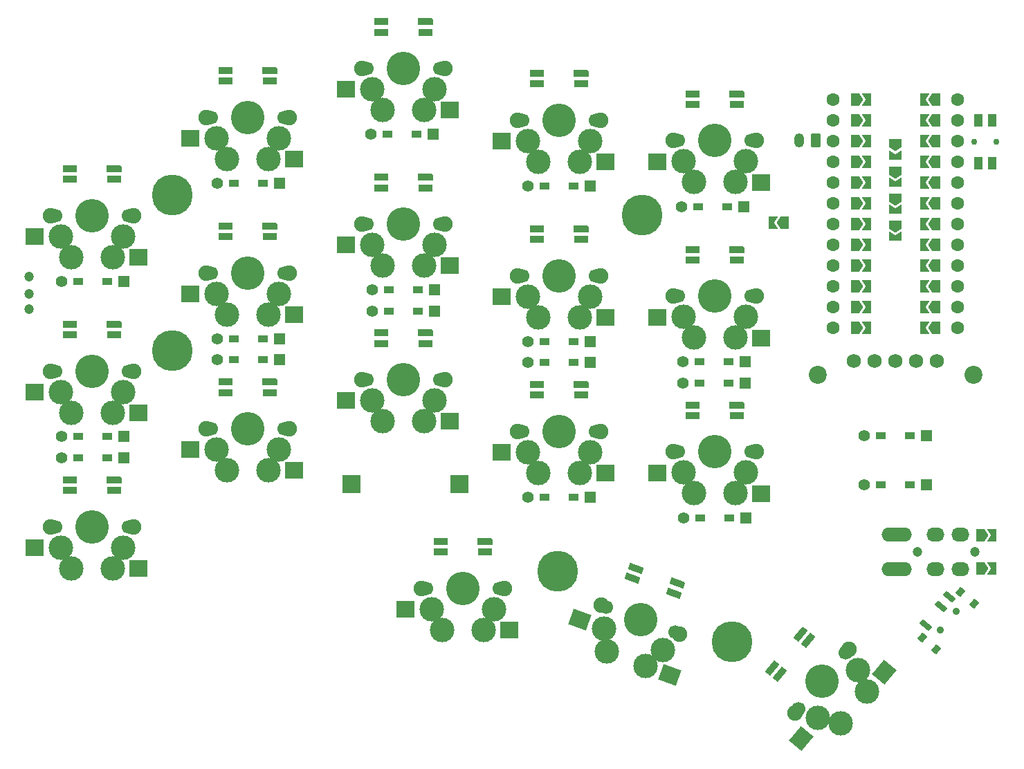
<source format=gts>
%TF.GenerationSoftware,KiCad,Pcbnew,7.0.9*%
%TF.CreationDate,2024-05-06T02:44:54+05:30*%
%TF.ProjectId,UniFi,556e6946-692e-46b6-9963-61645f706362,rev?*%
%TF.SameCoordinates,Original*%
%TF.FileFunction,Soldermask,Top*%
%TF.FilePolarity,Negative*%
%FSLAX46Y46*%
G04 Gerber Fmt 4.6, Leading zero omitted, Abs format (unit mm)*
G04 Created by KiCad (PCBNEW 7.0.9) date 2024-05-06 02:44:54*
%MOMM*%
%LPD*%
G01*
G04 APERTURE LIST*
G04 Aperture macros list*
%AMRoundRect*
0 Rectangle with rounded corners*
0 $1 Rounding radius*
0 $2 $3 $4 $5 $6 $7 $8 $9 X,Y pos of 4 corners*
0 Add a 4 corners polygon primitive as box body*
4,1,4,$2,$3,$4,$5,$6,$7,$8,$9,$2,$3,0*
0 Add four circle primitives for the rounded corners*
1,1,$1+$1,$2,$3*
1,1,$1+$1,$4,$5*
1,1,$1+$1,$6,$7*
1,1,$1+$1,$8,$9*
0 Add four rect primitives between the rounded corners*
20,1,$1+$1,$2,$3,$4,$5,0*
20,1,$1+$1,$4,$5,$6,$7,0*
20,1,$1+$1,$6,$7,$8,$9,0*
20,1,$1+$1,$8,$9,$2,$3,0*%
%AMRotRect*
0 Rectangle, with rotation*
0 The origin of the aperture is its center*
0 $1 length*
0 $2 width*
0 $3 Rotation angle, in degrees counterclockwise*
0 Add horizontal line*
21,1,$1,$2,0,0,$3*%
%AMOutline5P*
0 Free polygon, 5 corners , with rotation*
0 The origin of the aperture is its center*
0 number of corners: always 5*
0 $1 to $10 corner X, Y*
0 $11 Rotation angle, in degrees counterclockwise*
0 create outline with 5 corners*
4,1,5,$1,$2,$3,$4,$5,$6,$7,$8,$9,$10,$1,$2,$11*%
%AMOutline6P*
0 Free polygon, 6 corners , with rotation*
0 The origin of the aperture is its center*
0 number of corners: always 6*
0 $1 to $12 corner X, Y*
0 $13 Rotation angle, in degrees counterclockwise*
0 create outline with 6 corners*
4,1,6,$1,$2,$3,$4,$5,$6,$7,$8,$9,$10,$11,$12,$1,$2,$13*%
%AMOutline7P*
0 Free polygon, 7 corners , with rotation*
0 The origin of the aperture is its center*
0 number of corners: always 7*
0 $1 to $14 corner X, Y*
0 $15 Rotation angle, in degrees counterclockwise*
0 create outline with 7 corners*
4,1,7,$1,$2,$3,$4,$5,$6,$7,$8,$9,$10,$11,$12,$13,$14,$1,$2,$15*%
%AMOutline8P*
0 Free polygon, 8 corners , with rotation*
0 The origin of the aperture is its center*
0 number of corners: always 8*
0 $1 to $16 corner X, Y*
0 $17 Rotation angle, in degrees counterclockwise*
0 create outline with 8 corners*
4,1,8,$1,$2,$3,$4,$5,$6,$7,$8,$9,$10,$11,$12,$13,$14,$15,$16,$1,$2,$17*%
%AMFreePoly0*
4,1,6,0.500000,-0.750000,-0.650000,-0.750000,-0.150000,0.000000,-0.650000,0.750000,0.500000,0.750000,0.500000,-0.750000,0.500000,-0.750000,$1*%
%AMFreePoly1*
4,1,6,1.000000,0.000000,0.500000,-0.750000,-0.500000,-0.750000,-0.500000,0.750000,0.500000,0.750000,1.000000,0.000000,1.000000,0.000000,$1*%
G04 Aperture macros list end*
%ADD10C,1.200000*%
%ADD11R,1.397000X1.397000*%
%ADD12R,1.300000X0.950000*%
%ADD13C,1.397000*%
%ADD14C,1.900000*%
%ADD15C,1.700000*%
%ADD16C,3.000000*%
%ADD17C,4.100000*%
%ADD18R,1.800000X0.820000*%
%ADD19Outline5P,-0.900000X0.410000X0.900000X0.410000X0.900000X-0.410000X-0.736000X-0.410000X-0.900000X-0.246000X180.000000*%
%ADD20R,2.300000X2.000000*%
%ADD21RotRect,1.000000X0.800000X50.000000*%
%ADD22C,0.900000*%
%ADD23RotRect,0.700000X1.500000X50.000000*%
%ADD24C,2.200000*%
%ADD25C,5.000000*%
%ADD26FreePoly0,0.000000*%
%ADD27FreePoly0,180.000000*%
%ADD28FreePoly1,0.000000*%
%ADD29C,1.600000*%
%ADD30FreePoly1,180.000000*%
%ADD31FreePoly1,270.000000*%
%ADD32FreePoly0,270.000000*%
%ADD33RotRect,1.800000X0.820000X230.000000*%
%ADD34Outline5P,-0.900000X0.410000X0.900000X0.410000X0.900000X-0.410000X-0.736000X-0.410000X-0.900000X-0.246000X230.000000*%
%ADD35RotRect,2.300000X2.000000X50.000000*%
%ADD36RoundRect,0.250000X0.350000X0.625000X-0.350000X0.625000X-0.350000X-0.625000X0.350000X-0.625000X0*%
%ADD37O,1.200000X1.750000*%
%ADD38O,2.200000X1.700000*%
%ADD39O,3.700000X1.700000*%
%ADD40C,0.750000*%
%ADD41R,1.000000X1.550000*%
%ADD42C,1.752600*%
%ADD43R,2.200000X2.200000*%
%ADD44RotRect,1.800000X0.820000X160.000000*%
%ADD45Outline5P,-0.900000X0.410000X0.900000X0.410000X0.900000X-0.410000X-0.736000X-0.410000X-0.900000X-0.246000X160.000000*%
%ADD46RotRect,2.300000X2.000000X340.000000*%
G04 APERTURE END LIST*
D10*
%TO.C,TP3*%
X65000000Y-88000000D03*
%TD*%
D11*
%TO.C,D14*%
X133610000Y-94485000D03*
D12*
X131575000Y-94485000D03*
X128025000Y-94485000D03*
D13*
X125990000Y-94485000D03*
%TD*%
D14*
%TO.C,SW5*%
X143798600Y-67360000D03*
D15*
X144378600Y-67360000D03*
D16*
X145068600Y-69900001D03*
X146338600Y-72440000D03*
D17*
X148878600Y-67360000D03*
D16*
X151418600Y-72440000D03*
X152688600Y-69900000D03*
D15*
X153378600Y-67360000D03*
D14*
X153958600Y-67360000D03*
D18*
X146178600Y-62920000D03*
X146178600Y-61640000D03*
D19*
X151578600Y-61640000D03*
D18*
X151578600Y-62920000D03*
D20*
X141878600Y-69940000D03*
X154578600Y-72480000D03*
%TD*%
D21*
%TO.C,SW22*%
X174267711Y-128183488D03*
X175960669Y-129604048D03*
D22*
X176500013Y-127249987D03*
X178428376Y-124951853D03*
D21*
X178960060Y-122591363D03*
X180653018Y-124011924D03*
D23*
X174669684Y-126693214D03*
X176598047Y-124395080D03*
X177562229Y-123246014D03*
%TD*%
D24*
%TO.C,H7*%
X180500000Y-96000000D03*
%TD*%
D25*
%TO.C,H3*%
X140000000Y-76503600D03*
%TD*%
D26*
%TO.C,U1*%
X167500000Y-62330000D03*
X167500000Y-64870000D03*
X167500000Y-67410000D03*
X167500000Y-69950000D03*
X167500000Y-72490000D03*
X167500000Y-75030000D03*
X167500000Y-77570000D03*
X167500000Y-80110000D03*
X167500000Y-82650000D03*
X167500000Y-85190000D03*
X167500000Y-87730000D03*
X167500000Y-90270000D03*
D27*
X174500000Y-90270000D03*
X174500000Y-87730000D03*
X174500000Y-85190000D03*
X174500000Y-82650000D03*
X174500000Y-80110000D03*
X174500000Y-77570000D03*
X174500000Y-75030000D03*
X174500000Y-72490000D03*
X174500000Y-69950000D03*
X174500000Y-67410000D03*
X174500000Y-64870000D03*
X174500000Y-62330000D03*
D28*
X166050000Y-62330000D03*
D29*
X163380000Y-62330000D03*
D28*
X166050000Y-64870000D03*
D29*
X163380000Y-64870000D03*
D28*
X166050000Y-67410000D03*
D29*
X163380000Y-67410000D03*
D28*
X166050000Y-69950000D03*
D29*
X163380000Y-69950000D03*
D28*
X166050000Y-72490000D03*
D29*
X163380000Y-72490000D03*
D28*
X166050000Y-75030000D03*
D29*
X163380000Y-75030000D03*
D28*
X166050000Y-77570000D03*
D29*
X163380000Y-77570000D03*
D28*
X166050000Y-80110000D03*
D29*
X163380000Y-80110000D03*
D28*
X166050000Y-82650000D03*
D29*
X163380000Y-82650000D03*
D28*
X166050000Y-85190000D03*
D29*
X163380000Y-85190000D03*
D28*
X166050000Y-87730000D03*
D29*
X163380000Y-87730000D03*
D28*
X166050000Y-90270000D03*
D29*
X163380000Y-90270000D03*
X178620000Y-90270000D03*
D30*
X175950000Y-90270000D03*
D29*
X178620000Y-87730000D03*
D30*
X175950000Y-87730000D03*
D29*
X178620000Y-85190000D03*
D30*
X175950000Y-85190000D03*
D29*
X178620000Y-82650000D03*
D30*
X175950000Y-82650000D03*
D29*
X178620000Y-80110000D03*
D30*
X175950000Y-80110000D03*
D29*
X178620000Y-77570000D03*
D30*
X175950000Y-77570000D03*
D29*
X178620000Y-75030000D03*
D30*
X175950000Y-75030000D03*
D29*
X178620000Y-72490000D03*
D30*
X175950000Y-72490000D03*
D29*
X178620000Y-69950000D03*
D30*
X175950000Y-69950000D03*
D29*
X178620000Y-67410000D03*
D30*
X175950000Y-67410000D03*
D29*
X178620000Y-64870000D03*
D30*
X175950000Y-64870000D03*
D29*
X178620000Y-62330000D03*
D30*
X175950000Y-62330000D03*
%TD*%
D25*
%TO.C,H1*%
X82500000Y-74025000D03*
%TD*%
D31*
%TO.C,JP8*%
X171000000Y-77675000D03*
D32*
X171000000Y-79125000D03*
%TD*%
D25*
%TO.C,H2*%
X82500000Y-93100000D03*
%TD*%
D11*
%TO.C,D10*%
X152610000Y-94435000D03*
D12*
X150575000Y-94435000D03*
X147025000Y-94435000D03*
D13*
X144990000Y-94435000D03*
%TD*%
D10*
%TO.C,TP1*%
X65000000Y-84000000D03*
%TD*%
D11*
%TO.C,D6*%
X76610000Y-103600000D03*
D12*
X74575000Y-103600000D03*
X71025000Y-103600000D03*
D13*
X68990000Y-103600000D03*
%TD*%
D10*
%TO.C,TP2*%
X65000000Y-86100000D03*
%TD*%
D14*
%TO.C,SW14*%
X124748600Y-102960000D03*
D15*
X125328600Y-102960000D03*
D16*
X126018600Y-105500001D03*
X127288600Y-108040000D03*
D17*
X129828600Y-102960000D03*
D16*
X132368600Y-108040000D03*
X133638600Y-105500000D03*
D15*
X134328600Y-102960000D03*
D14*
X134908600Y-102960000D03*
D18*
X127128600Y-98520000D03*
X127128600Y-97240000D03*
D19*
X132528600Y-97240000D03*
D18*
X132528600Y-98520000D03*
D20*
X122828600Y-105540000D03*
X135528600Y-108080000D03*
%TD*%
D25*
%TO.C,H5*%
X151000000Y-128750000D03*
%TD*%
D11*
%TO.C,D5*%
X152410000Y-75438600D03*
D12*
X150375000Y-75438600D03*
X146825000Y-75438600D03*
D13*
X144790000Y-75438600D03*
%TD*%
D25*
%TO.C,H4*%
X129650000Y-120050000D03*
%TD*%
D11*
%TO.C,D9*%
X133610000Y-91935000D03*
D12*
X131575000Y-91935000D03*
X128025000Y-91935000D03*
D13*
X125990000Y-91935000D03*
%TD*%
D11*
%TO.C,D2*%
X95610000Y-72600000D03*
D12*
X93575000Y-72600000D03*
X90025000Y-72600000D03*
D13*
X87990000Y-72600000D03*
%TD*%
D14*
%TO.C,SW18*%
X158734639Y-137391506D03*
D15*
X159107456Y-136947200D03*
D16*
X161496733Y-138051310D03*
X164258825Y-138711114D03*
D17*
X162000000Y-133500000D03*
D16*
X167524186Y-134819608D03*
X166394774Y-132214051D03*
D15*
X164892544Y-130052800D03*
D14*
X165265361Y-129608494D03*
D33*
X156863236Y-132714343D03*
X155882699Y-131891575D03*
D34*
X159353752Y-127754935D03*
D33*
X160334289Y-128577703D03*
D35*
X159476881Y-140520703D03*
X169586037Y-132424619D03*
%TD*%
D36*
%TO.C,BT1*%
X161200000Y-67300000D03*
D37*
X159200000Y-67300000D03*
%TD*%
D11*
%TO.C,D18*%
X174810000Y-109500000D03*
D12*
X172775000Y-109500000D03*
X169225000Y-109500000D03*
D13*
X167190000Y-109500000D03*
%TD*%
D11*
%TO.C,D17*%
X152710000Y-113585000D03*
D12*
X150675000Y-113585000D03*
X147125000Y-113585000D03*
D13*
X145090000Y-113585000D03*
%TD*%
D11*
%TO.C,D4*%
X133610000Y-72938600D03*
D12*
X131575000Y-72938600D03*
X128025000Y-72938600D03*
D13*
X125990000Y-72938600D03*
%TD*%
D11*
%TO.C,D12*%
X95610000Y-94200000D03*
D12*
X93575000Y-94200000D03*
X90025000Y-94200000D03*
D13*
X87990000Y-94200000D03*
%TD*%
D11*
%TO.C,D8*%
X114610000Y-85600000D03*
D12*
X112575000Y-85600000D03*
X109025000Y-85600000D03*
D13*
X106990000Y-85600000D03*
%TD*%
D11*
%TO.C,D15*%
X152620000Y-97038600D03*
D12*
X150585000Y-97038600D03*
X147035000Y-97038600D03*
D13*
X145000000Y-97038600D03*
%TD*%
D10*
%TO.C,J2*%
X180700000Y-117700000D03*
X173700000Y-117700000D03*
D26*
X182850000Y-119750000D03*
D38*
X178900000Y-115600000D03*
X178900000Y-119800000D03*
D26*
X182850000Y-115700000D03*
D38*
X175900000Y-115600000D03*
X175900000Y-119800000D03*
D39*
X171150000Y-115600000D03*
D28*
X181400000Y-115700000D03*
X181400000Y-119750000D03*
D39*
X171150000Y-119800000D03*
%TD*%
D40*
%TO.C,SW20*%
X183350000Y-67500000D03*
X180600000Y-67500000D03*
D41*
X182825000Y-64875000D03*
X182825000Y-70125000D03*
X181125000Y-64875000D03*
X181125000Y-70125000D03*
%TD*%
D11*
%TO.C,D7*%
X95610000Y-91600000D03*
D12*
X93575000Y-91600000D03*
X90025000Y-91600000D03*
D13*
X87990000Y-91600000D03*
%TD*%
D30*
%TO.C,JP9*%
X157425000Y-77400000D03*
D27*
X155975000Y-77400000D03*
%TD*%
D11*
%TO.C,D1*%
X76610000Y-84600000D03*
D12*
X74575000Y-84600000D03*
X71025000Y-84600000D03*
D13*
X68990000Y-84600000D03*
%TD*%
D11*
%TO.C,D16*%
X133660000Y-111035000D03*
D12*
X131625000Y-111035000D03*
X128075000Y-111035000D03*
D13*
X126040000Y-111035000D03*
%TD*%
D42*
%TO.C,J1*%
X165920000Y-94300000D03*
X168460000Y-94300000D03*
X171000000Y-94300000D03*
X173540000Y-94300000D03*
X176080000Y-94300000D03*
%TD*%
D14*
%TO.C,SW16*%
X112984600Y-122171400D03*
D15*
X113564600Y-122171400D03*
D16*
X114254600Y-124711401D03*
X115524600Y-127251400D03*
D17*
X118064600Y-122171400D03*
D16*
X120604600Y-127251400D03*
X121874600Y-124711400D03*
D15*
X122564600Y-122171400D03*
D14*
X123144600Y-122171400D03*
D18*
X115364600Y-117731400D03*
X115364600Y-116451400D03*
D19*
X120764600Y-116451400D03*
D18*
X120764600Y-117731400D03*
D20*
X111064600Y-124751400D03*
X123764600Y-127291400D03*
%TD*%
D31*
%TO.C,JP5*%
X171000000Y-74350000D03*
D32*
X171000000Y-75800000D03*
%TD*%
D14*
%TO.C,SW11*%
X67598600Y-114621400D03*
D15*
X68178600Y-114621400D03*
D16*
X68868600Y-117161401D03*
X70138600Y-119701400D03*
D17*
X72678600Y-114621400D03*
D16*
X75218600Y-119701400D03*
X76488600Y-117161400D03*
D15*
X77178600Y-114621400D03*
D14*
X77758600Y-114621400D03*
D18*
X69978600Y-110181400D03*
X69978600Y-108901400D03*
D19*
X75378600Y-108901400D03*
D18*
X75378600Y-110181400D03*
D20*
X65678600Y-117201400D03*
X78378600Y-119741400D03*
%TD*%
D14*
%TO.C,SW8*%
X105698600Y-77571400D03*
D15*
X106278600Y-77571400D03*
D16*
X106968600Y-80111401D03*
X108238600Y-82651400D03*
D17*
X110778600Y-77571400D03*
D16*
X113318600Y-82651400D03*
X114588600Y-80111400D03*
D15*
X115278600Y-77571400D03*
D14*
X115858600Y-77571400D03*
D18*
X108078600Y-73131400D03*
X108078600Y-71851400D03*
D19*
X113478600Y-71851400D03*
D18*
X113478600Y-73131400D03*
D20*
X103778600Y-80151400D03*
X116478600Y-82691400D03*
%TD*%
D43*
%TO.C,BZ1*%
X117600000Y-109400000D03*
X104400000Y-109400000D03*
%TD*%
D11*
%TO.C,D13*%
X114610000Y-88200000D03*
D12*
X112575000Y-88200000D03*
X109025000Y-88200000D03*
D13*
X106990000Y-88200000D03*
%TD*%
D11*
%TO.C,D3*%
X114410000Y-66600000D03*
D12*
X112375000Y-66600000D03*
X108825000Y-66600000D03*
D13*
X106790000Y-66600000D03*
%TD*%
D14*
%TO.C,SW1*%
X67598600Y-76521400D03*
D15*
X68178600Y-76521400D03*
D16*
X68868600Y-79061401D03*
X70138600Y-81601400D03*
D17*
X72678600Y-76521400D03*
D16*
X75218600Y-81601400D03*
X76488600Y-79061400D03*
D15*
X77178600Y-76521400D03*
D14*
X77758600Y-76521400D03*
D18*
X69978600Y-72081400D03*
X69978600Y-70801400D03*
D19*
X75378600Y-70801400D03*
D18*
X75378600Y-72081400D03*
D20*
X65678600Y-79101400D03*
X78378600Y-81641400D03*
%TD*%
D24*
%TO.C,H6*%
X161500000Y-96000000D03*
%TD*%
D11*
%TO.C,D19*%
X174810000Y-103500000D03*
D12*
X172775000Y-103500000D03*
X169225000Y-103500000D03*
D13*
X167190000Y-103500000D03*
%TD*%
D14*
%TO.C,SW10*%
X143798600Y-86410000D03*
D15*
X144378600Y-86410000D03*
D16*
X145068600Y-88950001D03*
X146338600Y-91490000D03*
D17*
X148878600Y-86410000D03*
D16*
X151418600Y-91490000D03*
X152688600Y-88950000D03*
D15*
X153378600Y-86410000D03*
D14*
X153958600Y-86410000D03*
D18*
X146178600Y-81970000D03*
X146178600Y-80690000D03*
D19*
X151578600Y-80690000D03*
D18*
X151578600Y-81970000D03*
D20*
X141878600Y-88990000D03*
X154578600Y-91530000D03*
%TD*%
D14*
%TO.C,SW6*%
X67598600Y-95571400D03*
D15*
X68178600Y-95571400D03*
D16*
X68868600Y-98111401D03*
X70138600Y-100651400D03*
D17*
X72678600Y-95571400D03*
D16*
X75218600Y-100651400D03*
X76488600Y-98111400D03*
D15*
X77178600Y-95571400D03*
D14*
X77758600Y-95571400D03*
D18*
X69978600Y-91131400D03*
X69978600Y-89851400D03*
D19*
X75378600Y-89851400D03*
D18*
X75378600Y-91131400D03*
D20*
X65678600Y-98151400D03*
X78378600Y-100691400D03*
%TD*%
D14*
%TO.C,SW12*%
X86648600Y-102631400D03*
D15*
X87228600Y-102631400D03*
D16*
X87918600Y-105171401D03*
X89188600Y-107711400D03*
D17*
X91728600Y-102631400D03*
D16*
X94268600Y-107711400D03*
X95538600Y-105171400D03*
D15*
X96228600Y-102631400D03*
D14*
X96808600Y-102631400D03*
D18*
X89028600Y-98191400D03*
X89028600Y-96911400D03*
D19*
X94428600Y-96911400D03*
D18*
X94428600Y-98191400D03*
D20*
X84728600Y-105211400D03*
X97428600Y-107751400D03*
%TD*%
D31*
%TO.C,JP7*%
X171000000Y-67700000D03*
D32*
X171000000Y-69150000D03*
%TD*%
D11*
%TO.C,D11*%
X76610000Y-106200000D03*
D12*
X74575000Y-106200000D03*
X71025000Y-106200000D03*
D13*
X68990000Y-106200000D03*
%TD*%
D14*
%TO.C,SW13*%
X105698600Y-96621400D03*
D15*
X106278600Y-96621400D03*
D16*
X106968600Y-99161401D03*
X108238600Y-101701400D03*
D17*
X110778600Y-96621400D03*
D16*
X113318600Y-101701400D03*
X114588600Y-99161400D03*
D15*
X115278600Y-96621400D03*
D14*
X115858600Y-96621400D03*
D18*
X108078600Y-92181400D03*
X108078600Y-90901400D03*
D19*
X113478600Y-90901400D03*
D18*
X113478600Y-92181400D03*
D20*
X103778600Y-99201400D03*
X116478600Y-101741400D03*
%TD*%
D14*
%TO.C,SW2*%
X86648600Y-64521400D03*
D15*
X87228600Y-64521400D03*
D16*
X87918600Y-67061401D03*
X89188600Y-69601400D03*
D17*
X91728600Y-64521400D03*
D16*
X94268600Y-69601400D03*
X95538600Y-67061400D03*
D15*
X96228600Y-64521400D03*
D14*
X96808600Y-64521400D03*
D18*
X89028600Y-60081400D03*
X89028600Y-58801400D03*
D19*
X94428600Y-58801400D03*
D18*
X94428600Y-60081400D03*
D20*
X84728600Y-67101400D03*
X97428600Y-69641400D03*
%TD*%
D14*
%TO.C,SW15*%
X143798600Y-105460000D03*
D15*
X144378600Y-105460000D03*
D16*
X145068600Y-108000001D03*
X146338600Y-110540000D03*
D17*
X148878600Y-105460000D03*
D16*
X151418600Y-110540000D03*
X152688600Y-108000000D03*
D15*
X153378600Y-105460000D03*
D14*
X153958600Y-105460000D03*
D18*
X146178600Y-101020000D03*
X146178600Y-99740000D03*
D19*
X151578600Y-99740000D03*
D18*
X151578600Y-101020000D03*
D20*
X141878600Y-108040000D03*
X154578600Y-110580000D03*
%TD*%
D14*
%TO.C,SW9*%
X124748600Y-83910000D03*
D15*
X125328600Y-83910000D03*
D16*
X126018600Y-86450001D03*
X127288600Y-88990000D03*
D17*
X129828600Y-83910000D03*
D16*
X132368600Y-88990000D03*
X133638600Y-86450000D03*
D15*
X134328600Y-83910000D03*
D14*
X134908600Y-83910000D03*
D18*
X127128600Y-79470000D03*
X127128600Y-78190000D03*
D19*
X132528600Y-78190000D03*
D18*
X132528600Y-79470000D03*
D20*
X122828600Y-86490000D03*
X135528600Y-89030000D03*
%TD*%
D14*
%TO.C,SW4*%
X124748600Y-64860000D03*
D15*
X125328600Y-64860000D03*
D16*
X126018600Y-67400001D03*
X127288600Y-69940000D03*
D17*
X129828600Y-64860000D03*
D16*
X132368600Y-69940000D03*
X133638600Y-67400000D03*
D15*
X134328600Y-64860000D03*
D14*
X134908600Y-64860000D03*
D18*
X127128600Y-60420000D03*
X127128600Y-59140000D03*
D19*
X132528600Y-59140000D03*
D18*
X132528600Y-60420000D03*
D20*
X122828600Y-67440000D03*
X135528600Y-69980000D03*
%TD*%
D31*
%TO.C,JP6*%
X171000000Y-71025000D03*
D32*
X171000000Y-72475000D03*
%TD*%
D14*
%TO.C,SW17*%
X135026361Y-124262538D03*
D15*
X135571383Y-124460909D03*
D16*
X135351040Y-127083723D03*
X135675718Y-129904907D03*
D17*
X139800000Y-126000000D03*
D16*
X140449357Y-131642370D03*
X142511498Y-129689916D03*
D15*
X144028617Y-127539091D03*
D14*
X144573639Y-127737462D03*
D44*
X138781399Y-120904310D03*
X139219185Y-119701504D03*
D45*
X144293525Y-121548413D03*
D44*
X143855740Y-122751219D03*
D46*
X132339740Y-126030266D03*
X143405105Y-132760741D03*
%TD*%
D14*
%TO.C,SW3*%
X105698600Y-58521400D03*
D15*
X106278600Y-58521400D03*
D16*
X106968600Y-61061401D03*
X108238600Y-63601400D03*
D17*
X110778600Y-58521400D03*
D16*
X113318600Y-63601400D03*
X114588600Y-61061400D03*
D15*
X115278600Y-58521400D03*
D14*
X115858600Y-58521400D03*
D18*
X108078600Y-54081400D03*
X108078600Y-52801400D03*
D19*
X113478600Y-52801400D03*
D18*
X113478600Y-54081400D03*
D20*
X103778600Y-61101400D03*
X116478600Y-63641400D03*
%TD*%
D14*
%TO.C,SW7*%
X86648600Y-83571400D03*
D15*
X87228600Y-83571400D03*
D16*
X87918600Y-86111401D03*
X89188600Y-88651400D03*
D17*
X91728600Y-83571400D03*
D16*
X94268600Y-88651400D03*
X95538600Y-86111400D03*
D15*
X96228600Y-83571400D03*
D14*
X96808600Y-83571400D03*
D18*
X89028600Y-79131400D03*
X89028600Y-77851400D03*
D19*
X94428600Y-77851400D03*
D18*
X94428600Y-79131400D03*
D20*
X84728600Y-86151400D03*
X97428600Y-88691400D03*
%TD*%
M02*

</source>
